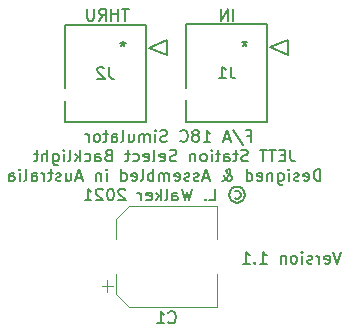
<source format=gbr>
%TF.GenerationSoftware,KiCad,Pcbnew,(5.1.6)-1*%
%TF.CreationDate,2020-11-25T11:58:54+11:00*%
%TF.ProjectId,JETT Station Select Placard PCB V1,4a455454-2053-4746-9174-696f6e205365,rev?*%
%TF.SameCoordinates,Original*%
%TF.FileFunction,Legend,Bot*%
%TF.FilePolarity,Positive*%
%FSLAX46Y46*%
G04 Gerber Fmt 4.6, Leading zero omitted, Abs format (unit mm)*
G04 Created by KiCad (PCBNEW (5.1.6)-1) date 2020-11-25 11:58:54*
%MOMM*%
%LPD*%
G01*
G04 APERTURE LIST*
%ADD10C,0.150000*%
%ADD11C,0.152400*%
%ADD12C,0.120000*%
G04 APERTURE END LIST*
D10*
X144581333Y-81595980D02*
X144009904Y-81595980D01*
X144295619Y-82595980D02*
X144295619Y-81595980D01*
X143676571Y-82595980D02*
X143676571Y-81595980D01*
X143676571Y-82072171D02*
X143105142Y-82072171D01*
X143105142Y-82595980D02*
X143105142Y-81595980D01*
X142057523Y-82595980D02*
X142390857Y-82119790D01*
X142628952Y-82595980D02*
X142628952Y-81595980D01*
X142248000Y-81595980D01*
X142152761Y-81643600D01*
X142105142Y-81691219D01*
X142057523Y-81786457D01*
X142057523Y-81929314D01*
X142105142Y-82024552D01*
X142152761Y-82072171D01*
X142248000Y-82119790D01*
X142628952Y-82119790D01*
X141628952Y-81595980D02*
X141628952Y-82405504D01*
X141581333Y-82500742D01*
X141533714Y-82548361D01*
X141438476Y-82595980D01*
X141248000Y-82595980D01*
X141152761Y-82548361D01*
X141105142Y-82500742D01*
X141057523Y-82405504D01*
X141057523Y-81595980D01*
X153431809Y-82595980D02*
X153431809Y-81595980D01*
X152955619Y-82595980D02*
X152955619Y-81595980D01*
X152384190Y-82595980D01*
X152384190Y-81595980D01*
X162534076Y-102169980D02*
X162200742Y-103169980D01*
X161867409Y-102169980D01*
X161153123Y-103122361D02*
X161248361Y-103169980D01*
X161438838Y-103169980D01*
X161534076Y-103122361D01*
X161581695Y-103027123D01*
X161581695Y-102646171D01*
X161534076Y-102550933D01*
X161438838Y-102503314D01*
X161248361Y-102503314D01*
X161153123Y-102550933D01*
X161105504Y-102646171D01*
X161105504Y-102741409D01*
X161581695Y-102836647D01*
X160676933Y-103169980D02*
X160676933Y-102503314D01*
X160676933Y-102693790D02*
X160629314Y-102598552D01*
X160581695Y-102550933D01*
X160486457Y-102503314D01*
X160391219Y-102503314D01*
X160105504Y-103122361D02*
X160010266Y-103169980D01*
X159819790Y-103169980D01*
X159724552Y-103122361D01*
X159676933Y-103027123D01*
X159676933Y-102979504D01*
X159724552Y-102884266D01*
X159819790Y-102836647D01*
X159962647Y-102836647D01*
X160057885Y-102789028D01*
X160105504Y-102693790D01*
X160105504Y-102646171D01*
X160057885Y-102550933D01*
X159962647Y-102503314D01*
X159819790Y-102503314D01*
X159724552Y-102550933D01*
X159248361Y-103169980D02*
X159248361Y-102503314D01*
X159248361Y-102169980D02*
X159295980Y-102217600D01*
X159248361Y-102265219D01*
X159200742Y-102217600D01*
X159248361Y-102169980D01*
X159248361Y-102265219D01*
X158629314Y-103169980D02*
X158724552Y-103122361D01*
X158772171Y-103074742D01*
X158819790Y-102979504D01*
X158819790Y-102693790D01*
X158772171Y-102598552D01*
X158724552Y-102550933D01*
X158629314Y-102503314D01*
X158486457Y-102503314D01*
X158391219Y-102550933D01*
X158343600Y-102598552D01*
X158295980Y-102693790D01*
X158295980Y-102979504D01*
X158343600Y-103074742D01*
X158391219Y-103122361D01*
X158486457Y-103169980D01*
X158629314Y-103169980D01*
X157867409Y-102503314D02*
X157867409Y-103169980D01*
X157867409Y-102598552D02*
X157819790Y-102550933D01*
X157724552Y-102503314D01*
X157581695Y-102503314D01*
X157486457Y-102550933D01*
X157438838Y-102646171D01*
X157438838Y-103169980D01*
X155676933Y-103169980D02*
X156248361Y-103169980D01*
X155962647Y-103169980D02*
X155962647Y-102169980D01*
X156057885Y-102312838D01*
X156153123Y-102408076D01*
X156248361Y-102455695D01*
X155248361Y-103074742D02*
X155200742Y-103122361D01*
X155248361Y-103169980D01*
X155295980Y-103122361D01*
X155248361Y-103074742D01*
X155248361Y-103169980D01*
X154248361Y-103169980D02*
X154819790Y-103169980D01*
X154534076Y-103169980D02*
X154534076Y-102169980D01*
X154629314Y-102312838D01*
X154724552Y-102408076D01*
X154819790Y-102455695D01*
X154624800Y-92347971D02*
X154958133Y-92347971D01*
X154958133Y-92871780D02*
X154958133Y-91871780D01*
X154481942Y-91871780D01*
X153386704Y-91824161D02*
X154243847Y-93109876D01*
X153100990Y-92586066D02*
X152624800Y-92586066D01*
X153196228Y-92871780D02*
X152862895Y-91871780D01*
X152529561Y-92871780D01*
X150910514Y-92871780D02*
X151481942Y-92871780D01*
X151196228Y-92871780D02*
X151196228Y-91871780D01*
X151291466Y-92014638D01*
X151386704Y-92109876D01*
X151481942Y-92157495D01*
X150339085Y-92300352D02*
X150434323Y-92252733D01*
X150481942Y-92205114D01*
X150529561Y-92109876D01*
X150529561Y-92062257D01*
X150481942Y-91967019D01*
X150434323Y-91919400D01*
X150339085Y-91871780D01*
X150148609Y-91871780D01*
X150053371Y-91919400D01*
X150005752Y-91967019D01*
X149958133Y-92062257D01*
X149958133Y-92109876D01*
X150005752Y-92205114D01*
X150053371Y-92252733D01*
X150148609Y-92300352D01*
X150339085Y-92300352D01*
X150434323Y-92347971D01*
X150481942Y-92395590D01*
X150529561Y-92490828D01*
X150529561Y-92681304D01*
X150481942Y-92776542D01*
X150434323Y-92824161D01*
X150339085Y-92871780D01*
X150148609Y-92871780D01*
X150053371Y-92824161D01*
X150005752Y-92776542D01*
X149958133Y-92681304D01*
X149958133Y-92490828D01*
X150005752Y-92395590D01*
X150053371Y-92347971D01*
X150148609Y-92300352D01*
X148958133Y-92776542D02*
X149005752Y-92824161D01*
X149148609Y-92871780D01*
X149243847Y-92871780D01*
X149386704Y-92824161D01*
X149481942Y-92728923D01*
X149529561Y-92633685D01*
X149577180Y-92443209D01*
X149577180Y-92300352D01*
X149529561Y-92109876D01*
X149481942Y-92014638D01*
X149386704Y-91919400D01*
X149243847Y-91871780D01*
X149148609Y-91871780D01*
X149005752Y-91919400D01*
X148958133Y-91967019D01*
X147815276Y-92824161D02*
X147672419Y-92871780D01*
X147434323Y-92871780D01*
X147339085Y-92824161D01*
X147291466Y-92776542D01*
X147243847Y-92681304D01*
X147243847Y-92586066D01*
X147291466Y-92490828D01*
X147339085Y-92443209D01*
X147434323Y-92395590D01*
X147624800Y-92347971D01*
X147720038Y-92300352D01*
X147767657Y-92252733D01*
X147815276Y-92157495D01*
X147815276Y-92062257D01*
X147767657Y-91967019D01*
X147720038Y-91919400D01*
X147624800Y-91871780D01*
X147386704Y-91871780D01*
X147243847Y-91919400D01*
X146815276Y-92871780D02*
X146815276Y-92205114D01*
X146815276Y-91871780D02*
X146862895Y-91919400D01*
X146815276Y-91967019D01*
X146767657Y-91919400D01*
X146815276Y-91871780D01*
X146815276Y-91967019D01*
X146339085Y-92871780D02*
X146339085Y-92205114D01*
X146339085Y-92300352D02*
X146291466Y-92252733D01*
X146196228Y-92205114D01*
X146053371Y-92205114D01*
X145958133Y-92252733D01*
X145910514Y-92347971D01*
X145910514Y-92871780D01*
X145910514Y-92347971D02*
X145862895Y-92252733D01*
X145767657Y-92205114D01*
X145624800Y-92205114D01*
X145529561Y-92252733D01*
X145481942Y-92347971D01*
X145481942Y-92871780D01*
X144577180Y-92205114D02*
X144577180Y-92871780D01*
X145005752Y-92205114D02*
X145005752Y-92728923D01*
X144958133Y-92824161D01*
X144862895Y-92871780D01*
X144720038Y-92871780D01*
X144624800Y-92824161D01*
X144577180Y-92776542D01*
X143958133Y-92871780D02*
X144053371Y-92824161D01*
X144100990Y-92728923D01*
X144100990Y-91871780D01*
X143148609Y-92871780D02*
X143148609Y-92347971D01*
X143196228Y-92252733D01*
X143291466Y-92205114D01*
X143481942Y-92205114D01*
X143577180Y-92252733D01*
X143148609Y-92824161D02*
X143243847Y-92871780D01*
X143481942Y-92871780D01*
X143577180Y-92824161D01*
X143624800Y-92728923D01*
X143624800Y-92633685D01*
X143577180Y-92538447D01*
X143481942Y-92490828D01*
X143243847Y-92490828D01*
X143148609Y-92443209D01*
X142815276Y-92205114D02*
X142434323Y-92205114D01*
X142672419Y-91871780D02*
X142672419Y-92728923D01*
X142624800Y-92824161D01*
X142529561Y-92871780D01*
X142434323Y-92871780D01*
X141958133Y-92871780D02*
X142053371Y-92824161D01*
X142100990Y-92776542D01*
X142148609Y-92681304D01*
X142148609Y-92395590D01*
X142100990Y-92300352D01*
X142053371Y-92252733D01*
X141958133Y-92205114D01*
X141815276Y-92205114D01*
X141720038Y-92252733D01*
X141672419Y-92300352D01*
X141624800Y-92395590D01*
X141624800Y-92681304D01*
X141672419Y-92776542D01*
X141720038Y-92824161D01*
X141815276Y-92871780D01*
X141958133Y-92871780D01*
X141196228Y-92871780D02*
X141196228Y-92205114D01*
X141196228Y-92395590D02*
X141148609Y-92300352D01*
X141100990Y-92252733D01*
X141005752Y-92205114D01*
X140910514Y-92205114D01*
X158267657Y-93521780D02*
X158267657Y-94236066D01*
X158315276Y-94378923D01*
X158410514Y-94474161D01*
X158553371Y-94521780D01*
X158648609Y-94521780D01*
X157791466Y-93997971D02*
X157458133Y-93997971D01*
X157315276Y-94521780D02*
X157791466Y-94521780D01*
X157791466Y-93521780D01*
X157315276Y-93521780D01*
X157029561Y-93521780D02*
X156458133Y-93521780D01*
X156743847Y-94521780D02*
X156743847Y-93521780D01*
X156267657Y-93521780D02*
X155696228Y-93521780D01*
X155981942Y-94521780D02*
X155981942Y-93521780D01*
X154648609Y-94474161D02*
X154505752Y-94521780D01*
X154267657Y-94521780D01*
X154172419Y-94474161D01*
X154124800Y-94426542D01*
X154077180Y-94331304D01*
X154077180Y-94236066D01*
X154124800Y-94140828D01*
X154172419Y-94093209D01*
X154267657Y-94045590D01*
X154458133Y-93997971D01*
X154553371Y-93950352D01*
X154600990Y-93902733D01*
X154648609Y-93807495D01*
X154648609Y-93712257D01*
X154600990Y-93617019D01*
X154553371Y-93569400D01*
X154458133Y-93521780D01*
X154220038Y-93521780D01*
X154077180Y-93569400D01*
X153791466Y-93855114D02*
X153410514Y-93855114D01*
X153648609Y-93521780D02*
X153648609Y-94378923D01*
X153600990Y-94474161D01*
X153505752Y-94521780D01*
X153410514Y-94521780D01*
X152648609Y-94521780D02*
X152648609Y-93997971D01*
X152696228Y-93902733D01*
X152791466Y-93855114D01*
X152981942Y-93855114D01*
X153077180Y-93902733D01*
X152648609Y-94474161D02*
X152743847Y-94521780D01*
X152981942Y-94521780D01*
X153077180Y-94474161D01*
X153124800Y-94378923D01*
X153124800Y-94283685D01*
X153077180Y-94188447D01*
X152981942Y-94140828D01*
X152743847Y-94140828D01*
X152648609Y-94093209D01*
X152315276Y-93855114D02*
X151934323Y-93855114D01*
X152172419Y-93521780D02*
X152172419Y-94378923D01*
X152124800Y-94474161D01*
X152029561Y-94521780D01*
X151934323Y-94521780D01*
X151600990Y-94521780D02*
X151600990Y-93855114D01*
X151600990Y-93521780D02*
X151648609Y-93569400D01*
X151600990Y-93617019D01*
X151553371Y-93569400D01*
X151600990Y-93521780D01*
X151600990Y-93617019D01*
X150981942Y-94521780D02*
X151077180Y-94474161D01*
X151124800Y-94426542D01*
X151172419Y-94331304D01*
X151172419Y-94045590D01*
X151124800Y-93950352D01*
X151077180Y-93902733D01*
X150981942Y-93855114D01*
X150839085Y-93855114D01*
X150743847Y-93902733D01*
X150696228Y-93950352D01*
X150648609Y-94045590D01*
X150648609Y-94331304D01*
X150696228Y-94426542D01*
X150743847Y-94474161D01*
X150839085Y-94521780D01*
X150981942Y-94521780D01*
X150220038Y-93855114D02*
X150220038Y-94521780D01*
X150220038Y-93950352D02*
X150172419Y-93902733D01*
X150077180Y-93855114D01*
X149934323Y-93855114D01*
X149839085Y-93902733D01*
X149791466Y-93997971D01*
X149791466Y-94521780D01*
X148600990Y-94474161D02*
X148458133Y-94521780D01*
X148220038Y-94521780D01*
X148124800Y-94474161D01*
X148077180Y-94426542D01*
X148029561Y-94331304D01*
X148029561Y-94236066D01*
X148077180Y-94140828D01*
X148124800Y-94093209D01*
X148220038Y-94045590D01*
X148410514Y-93997971D01*
X148505752Y-93950352D01*
X148553371Y-93902733D01*
X148600990Y-93807495D01*
X148600990Y-93712257D01*
X148553371Y-93617019D01*
X148505752Y-93569400D01*
X148410514Y-93521780D01*
X148172419Y-93521780D01*
X148029561Y-93569400D01*
X147220038Y-94474161D02*
X147315276Y-94521780D01*
X147505752Y-94521780D01*
X147600990Y-94474161D01*
X147648609Y-94378923D01*
X147648609Y-93997971D01*
X147600990Y-93902733D01*
X147505752Y-93855114D01*
X147315276Y-93855114D01*
X147220038Y-93902733D01*
X147172419Y-93997971D01*
X147172419Y-94093209D01*
X147648609Y-94188447D01*
X146600990Y-94521780D02*
X146696228Y-94474161D01*
X146743847Y-94378923D01*
X146743847Y-93521780D01*
X145839085Y-94474161D02*
X145934323Y-94521780D01*
X146124800Y-94521780D01*
X146220038Y-94474161D01*
X146267657Y-94378923D01*
X146267657Y-93997971D01*
X146220038Y-93902733D01*
X146124800Y-93855114D01*
X145934323Y-93855114D01*
X145839085Y-93902733D01*
X145791466Y-93997971D01*
X145791466Y-94093209D01*
X146267657Y-94188447D01*
X144934323Y-94474161D02*
X145029561Y-94521780D01*
X145220038Y-94521780D01*
X145315276Y-94474161D01*
X145362895Y-94426542D01*
X145410514Y-94331304D01*
X145410514Y-94045590D01*
X145362895Y-93950352D01*
X145315276Y-93902733D01*
X145220038Y-93855114D01*
X145029561Y-93855114D01*
X144934323Y-93902733D01*
X144648609Y-93855114D02*
X144267657Y-93855114D01*
X144505752Y-93521780D02*
X144505752Y-94378923D01*
X144458133Y-94474161D01*
X144362895Y-94521780D01*
X144267657Y-94521780D01*
X142839085Y-93997971D02*
X142696228Y-94045590D01*
X142648609Y-94093209D01*
X142600990Y-94188447D01*
X142600990Y-94331304D01*
X142648609Y-94426542D01*
X142696228Y-94474161D01*
X142791466Y-94521780D01*
X143172419Y-94521780D01*
X143172419Y-93521780D01*
X142839085Y-93521780D01*
X142743847Y-93569400D01*
X142696228Y-93617019D01*
X142648609Y-93712257D01*
X142648609Y-93807495D01*
X142696228Y-93902733D01*
X142743847Y-93950352D01*
X142839085Y-93997971D01*
X143172419Y-93997971D01*
X141743847Y-94521780D02*
X141743847Y-93997971D01*
X141791466Y-93902733D01*
X141886704Y-93855114D01*
X142077180Y-93855114D01*
X142172419Y-93902733D01*
X141743847Y-94474161D02*
X141839085Y-94521780D01*
X142077180Y-94521780D01*
X142172419Y-94474161D01*
X142220038Y-94378923D01*
X142220038Y-94283685D01*
X142172419Y-94188447D01*
X142077180Y-94140828D01*
X141839085Y-94140828D01*
X141743847Y-94093209D01*
X140839085Y-94474161D02*
X140934323Y-94521780D01*
X141124800Y-94521780D01*
X141220038Y-94474161D01*
X141267657Y-94426542D01*
X141315276Y-94331304D01*
X141315276Y-94045590D01*
X141267657Y-93950352D01*
X141220038Y-93902733D01*
X141124800Y-93855114D01*
X140934323Y-93855114D01*
X140839085Y-93902733D01*
X140410514Y-94521780D02*
X140410514Y-93521780D01*
X140315276Y-94140828D02*
X140029561Y-94521780D01*
X140029561Y-93855114D02*
X140410514Y-94236066D01*
X139458133Y-94521780D02*
X139553371Y-94474161D01*
X139600990Y-94378923D01*
X139600990Y-93521780D01*
X139077180Y-94521780D02*
X139077180Y-93855114D01*
X139077180Y-93521780D02*
X139124800Y-93569400D01*
X139077180Y-93617019D01*
X139029561Y-93569400D01*
X139077180Y-93521780D01*
X139077180Y-93617019D01*
X138172419Y-93855114D02*
X138172419Y-94664638D01*
X138220038Y-94759876D01*
X138267657Y-94807495D01*
X138362895Y-94855114D01*
X138505752Y-94855114D01*
X138600990Y-94807495D01*
X138172419Y-94474161D02*
X138267657Y-94521780D01*
X138458133Y-94521780D01*
X138553371Y-94474161D01*
X138600990Y-94426542D01*
X138648609Y-94331304D01*
X138648609Y-94045590D01*
X138600990Y-93950352D01*
X138553371Y-93902733D01*
X138458133Y-93855114D01*
X138267657Y-93855114D01*
X138172419Y-93902733D01*
X137696228Y-94521780D02*
X137696228Y-93521780D01*
X137267657Y-94521780D02*
X137267657Y-93997971D01*
X137315276Y-93902733D01*
X137410514Y-93855114D01*
X137553371Y-93855114D01*
X137648609Y-93902733D01*
X137696228Y-93950352D01*
X136934323Y-93855114D02*
X136553371Y-93855114D01*
X136791466Y-93521780D02*
X136791466Y-94378923D01*
X136743847Y-94474161D01*
X136648609Y-94521780D01*
X136553371Y-94521780D01*
X160791466Y-96171780D02*
X160791466Y-95171780D01*
X160553371Y-95171780D01*
X160410514Y-95219400D01*
X160315276Y-95314638D01*
X160267657Y-95409876D01*
X160220038Y-95600352D01*
X160220038Y-95743209D01*
X160267657Y-95933685D01*
X160315276Y-96028923D01*
X160410514Y-96124161D01*
X160553371Y-96171780D01*
X160791466Y-96171780D01*
X159410514Y-96124161D02*
X159505752Y-96171780D01*
X159696228Y-96171780D01*
X159791466Y-96124161D01*
X159839085Y-96028923D01*
X159839085Y-95647971D01*
X159791466Y-95552733D01*
X159696228Y-95505114D01*
X159505752Y-95505114D01*
X159410514Y-95552733D01*
X159362895Y-95647971D01*
X159362895Y-95743209D01*
X159839085Y-95838447D01*
X158981942Y-96124161D02*
X158886704Y-96171780D01*
X158696228Y-96171780D01*
X158600990Y-96124161D01*
X158553371Y-96028923D01*
X158553371Y-95981304D01*
X158600990Y-95886066D01*
X158696228Y-95838447D01*
X158839085Y-95838447D01*
X158934323Y-95790828D01*
X158981942Y-95695590D01*
X158981942Y-95647971D01*
X158934323Y-95552733D01*
X158839085Y-95505114D01*
X158696228Y-95505114D01*
X158600990Y-95552733D01*
X158124800Y-96171780D02*
X158124800Y-95505114D01*
X158124800Y-95171780D02*
X158172419Y-95219400D01*
X158124800Y-95267019D01*
X158077180Y-95219400D01*
X158124800Y-95171780D01*
X158124800Y-95267019D01*
X157220038Y-95505114D02*
X157220038Y-96314638D01*
X157267657Y-96409876D01*
X157315276Y-96457495D01*
X157410514Y-96505114D01*
X157553371Y-96505114D01*
X157648609Y-96457495D01*
X157220038Y-96124161D02*
X157315276Y-96171780D01*
X157505752Y-96171780D01*
X157600990Y-96124161D01*
X157648609Y-96076542D01*
X157696228Y-95981304D01*
X157696228Y-95695590D01*
X157648609Y-95600352D01*
X157600990Y-95552733D01*
X157505752Y-95505114D01*
X157315276Y-95505114D01*
X157220038Y-95552733D01*
X156743847Y-95505114D02*
X156743847Y-96171780D01*
X156743847Y-95600352D02*
X156696228Y-95552733D01*
X156600990Y-95505114D01*
X156458133Y-95505114D01*
X156362895Y-95552733D01*
X156315276Y-95647971D01*
X156315276Y-96171780D01*
X155458133Y-96124161D02*
X155553371Y-96171780D01*
X155743847Y-96171780D01*
X155839085Y-96124161D01*
X155886704Y-96028923D01*
X155886704Y-95647971D01*
X155839085Y-95552733D01*
X155743847Y-95505114D01*
X155553371Y-95505114D01*
X155458133Y-95552733D01*
X155410514Y-95647971D01*
X155410514Y-95743209D01*
X155886704Y-95838447D01*
X154553371Y-96171780D02*
X154553371Y-95171780D01*
X154553371Y-96124161D02*
X154648609Y-96171780D01*
X154839085Y-96171780D01*
X154934323Y-96124161D01*
X154981942Y-96076542D01*
X155029561Y-95981304D01*
X155029561Y-95695590D01*
X154981942Y-95600352D01*
X154934323Y-95552733D01*
X154839085Y-95505114D01*
X154648609Y-95505114D01*
X154553371Y-95552733D01*
X152505752Y-96171780D02*
X152553371Y-96171780D01*
X152648609Y-96124161D01*
X152791466Y-95981304D01*
X153029561Y-95695590D01*
X153124800Y-95552733D01*
X153172419Y-95409876D01*
X153172419Y-95314638D01*
X153124800Y-95219400D01*
X153029561Y-95171780D01*
X152981942Y-95171780D01*
X152886704Y-95219400D01*
X152839085Y-95314638D01*
X152839085Y-95362257D01*
X152886704Y-95457495D01*
X152934323Y-95505114D01*
X153220038Y-95695590D01*
X153267657Y-95743209D01*
X153315276Y-95838447D01*
X153315276Y-95981304D01*
X153267657Y-96076542D01*
X153220038Y-96124161D01*
X153124800Y-96171780D01*
X152981942Y-96171780D01*
X152886704Y-96124161D01*
X152839085Y-96076542D01*
X152696228Y-95886066D01*
X152648609Y-95743209D01*
X152648609Y-95647971D01*
X151362895Y-95886066D02*
X150886704Y-95886066D01*
X151458133Y-96171780D02*
X151124800Y-95171780D01*
X150791466Y-96171780D01*
X150505752Y-96124161D02*
X150410514Y-96171780D01*
X150220038Y-96171780D01*
X150124800Y-96124161D01*
X150077180Y-96028923D01*
X150077180Y-95981304D01*
X150124800Y-95886066D01*
X150220038Y-95838447D01*
X150362895Y-95838447D01*
X150458133Y-95790828D01*
X150505752Y-95695590D01*
X150505752Y-95647971D01*
X150458133Y-95552733D01*
X150362895Y-95505114D01*
X150220038Y-95505114D01*
X150124800Y-95552733D01*
X149696228Y-96124161D02*
X149600990Y-96171780D01*
X149410514Y-96171780D01*
X149315276Y-96124161D01*
X149267657Y-96028923D01*
X149267657Y-95981304D01*
X149315276Y-95886066D01*
X149410514Y-95838447D01*
X149553371Y-95838447D01*
X149648609Y-95790828D01*
X149696228Y-95695590D01*
X149696228Y-95647971D01*
X149648609Y-95552733D01*
X149553371Y-95505114D01*
X149410514Y-95505114D01*
X149315276Y-95552733D01*
X148458133Y-96124161D02*
X148553371Y-96171780D01*
X148743847Y-96171780D01*
X148839085Y-96124161D01*
X148886704Y-96028923D01*
X148886704Y-95647971D01*
X148839085Y-95552733D01*
X148743847Y-95505114D01*
X148553371Y-95505114D01*
X148458133Y-95552733D01*
X148410514Y-95647971D01*
X148410514Y-95743209D01*
X148886704Y-95838447D01*
X147981942Y-96171780D02*
X147981942Y-95505114D01*
X147981942Y-95600352D02*
X147934323Y-95552733D01*
X147839085Y-95505114D01*
X147696228Y-95505114D01*
X147600990Y-95552733D01*
X147553371Y-95647971D01*
X147553371Y-96171780D01*
X147553371Y-95647971D02*
X147505752Y-95552733D01*
X147410514Y-95505114D01*
X147267657Y-95505114D01*
X147172419Y-95552733D01*
X147124800Y-95647971D01*
X147124800Y-96171780D01*
X146648609Y-96171780D02*
X146648609Y-95171780D01*
X146648609Y-95552733D02*
X146553371Y-95505114D01*
X146362895Y-95505114D01*
X146267657Y-95552733D01*
X146220038Y-95600352D01*
X146172419Y-95695590D01*
X146172419Y-95981304D01*
X146220038Y-96076542D01*
X146267657Y-96124161D01*
X146362895Y-96171780D01*
X146553371Y-96171780D01*
X146648609Y-96124161D01*
X145600990Y-96171780D02*
X145696228Y-96124161D01*
X145743847Y-96028923D01*
X145743847Y-95171780D01*
X144839085Y-96124161D02*
X144934323Y-96171780D01*
X145124800Y-96171780D01*
X145220038Y-96124161D01*
X145267657Y-96028923D01*
X145267657Y-95647971D01*
X145220038Y-95552733D01*
X145124800Y-95505114D01*
X144934323Y-95505114D01*
X144839085Y-95552733D01*
X144791466Y-95647971D01*
X144791466Y-95743209D01*
X145267657Y-95838447D01*
X143934323Y-96171780D02*
X143934323Y-95171780D01*
X143934323Y-96124161D02*
X144029561Y-96171780D01*
X144220038Y-96171780D01*
X144315276Y-96124161D01*
X144362895Y-96076542D01*
X144410514Y-95981304D01*
X144410514Y-95695590D01*
X144362895Y-95600352D01*
X144315276Y-95552733D01*
X144220038Y-95505114D01*
X144029561Y-95505114D01*
X143934323Y-95552733D01*
X142696228Y-96171780D02*
X142696228Y-95505114D01*
X142696228Y-95171780D02*
X142743847Y-95219400D01*
X142696228Y-95267019D01*
X142648609Y-95219400D01*
X142696228Y-95171780D01*
X142696228Y-95267019D01*
X142220038Y-95505114D02*
X142220038Y-96171780D01*
X142220038Y-95600352D02*
X142172419Y-95552733D01*
X142077180Y-95505114D01*
X141934323Y-95505114D01*
X141839085Y-95552733D01*
X141791466Y-95647971D01*
X141791466Y-96171780D01*
X140600990Y-95886066D02*
X140124800Y-95886066D01*
X140696228Y-96171780D02*
X140362895Y-95171780D01*
X140029561Y-96171780D01*
X139267657Y-95505114D02*
X139267657Y-96171780D01*
X139696228Y-95505114D02*
X139696228Y-96028923D01*
X139648609Y-96124161D01*
X139553371Y-96171780D01*
X139410514Y-96171780D01*
X139315276Y-96124161D01*
X139267657Y-96076542D01*
X138839085Y-96124161D02*
X138743847Y-96171780D01*
X138553371Y-96171780D01*
X138458133Y-96124161D01*
X138410514Y-96028923D01*
X138410514Y-95981304D01*
X138458133Y-95886066D01*
X138553371Y-95838447D01*
X138696228Y-95838447D01*
X138791466Y-95790828D01*
X138839085Y-95695590D01*
X138839085Y-95647971D01*
X138791466Y-95552733D01*
X138696228Y-95505114D01*
X138553371Y-95505114D01*
X138458133Y-95552733D01*
X138124800Y-95505114D02*
X137743847Y-95505114D01*
X137981942Y-95171780D02*
X137981942Y-96028923D01*
X137934323Y-96124161D01*
X137839085Y-96171780D01*
X137743847Y-96171780D01*
X137410514Y-96171780D02*
X137410514Y-95505114D01*
X137410514Y-95695590D02*
X137362895Y-95600352D01*
X137315276Y-95552733D01*
X137220038Y-95505114D01*
X137124800Y-95505114D01*
X136362895Y-96171780D02*
X136362895Y-95647971D01*
X136410514Y-95552733D01*
X136505752Y-95505114D01*
X136696228Y-95505114D01*
X136791466Y-95552733D01*
X136362895Y-96124161D02*
X136458133Y-96171780D01*
X136696228Y-96171780D01*
X136791466Y-96124161D01*
X136839085Y-96028923D01*
X136839085Y-95933685D01*
X136791466Y-95838447D01*
X136696228Y-95790828D01*
X136458133Y-95790828D01*
X136362895Y-95743209D01*
X135743847Y-96171780D02*
X135839085Y-96124161D01*
X135886704Y-96028923D01*
X135886704Y-95171780D01*
X135362895Y-96171780D02*
X135362895Y-95505114D01*
X135362895Y-95171780D02*
X135410514Y-95219400D01*
X135362895Y-95267019D01*
X135315276Y-95219400D01*
X135362895Y-95171780D01*
X135362895Y-95267019D01*
X134458133Y-96171780D02*
X134458133Y-95647971D01*
X134505752Y-95552733D01*
X134600990Y-95505114D01*
X134791466Y-95505114D01*
X134886704Y-95552733D01*
X134458133Y-96124161D02*
X134553371Y-96171780D01*
X134791466Y-96171780D01*
X134886704Y-96124161D01*
X134934323Y-96028923D01*
X134934323Y-95933685D01*
X134886704Y-95838447D01*
X134791466Y-95790828D01*
X134553371Y-95790828D01*
X134458133Y-95743209D01*
X153553371Y-97059876D02*
X153648609Y-97012257D01*
X153839085Y-97012257D01*
X153934323Y-97059876D01*
X154029561Y-97155114D01*
X154077180Y-97250352D01*
X154077180Y-97440828D01*
X154029561Y-97536066D01*
X153934323Y-97631304D01*
X153839085Y-97678923D01*
X153648609Y-97678923D01*
X153553371Y-97631304D01*
X153743847Y-96678923D02*
X153981942Y-96726542D01*
X154220038Y-96869400D01*
X154362895Y-97107495D01*
X154410514Y-97345590D01*
X154362895Y-97583685D01*
X154220038Y-97821780D01*
X153981942Y-97964638D01*
X153743847Y-98012257D01*
X153505752Y-97964638D01*
X153267657Y-97821780D01*
X153124800Y-97583685D01*
X153077180Y-97345590D01*
X153124800Y-97107495D01*
X153267657Y-96869400D01*
X153505752Y-96726542D01*
X153743847Y-96678923D01*
X151410514Y-97821780D02*
X151886704Y-97821780D01*
X151886704Y-96821780D01*
X151077180Y-97726542D02*
X151029561Y-97774161D01*
X151077180Y-97821780D01*
X151124800Y-97774161D01*
X151077180Y-97726542D01*
X151077180Y-97821780D01*
X149934323Y-96821780D02*
X149696228Y-97821780D01*
X149505752Y-97107495D01*
X149315276Y-97821780D01*
X149077180Y-96821780D01*
X148267657Y-97821780D02*
X148267657Y-97297971D01*
X148315276Y-97202733D01*
X148410514Y-97155114D01*
X148600990Y-97155114D01*
X148696228Y-97202733D01*
X148267657Y-97774161D02*
X148362895Y-97821780D01*
X148600990Y-97821780D01*
X148696228Y-97774161D01*
X148743847Y-97678923D01*
X148743847Y-97583685D01*
X148696228Y-97488447D01*
X148600990Y-97440828D01*
X148362895Y-97440828D01*
X148267657Y-97393209D01*
X147648609Y-97821780D02*
X147743847Y-97774161D01*
X147791466Y-97678923D01*
X147791466Y-96821780D01*
X147267657Y-97821780D02*
X147267657Y-96821780D01*
X147172419Y-97440828D02*
X146886704Y-97821780D01*
X146886704Y-97155114D02*
X147267657Y-97536066D01*
X146077180Y-97774161D02*
X146172419Y-97821780D01*
X146362895Y-97821780D01*
X146458133Y-97774161D01*
X146505752Y-97678923D01*
X146505752Y-97297971D01*
X146458133Y-97202733D01*
X146362895Y-97155114D01*
X146172419Y-97155114D01*
X146077180Y-97202733D01*
X146029561Y-97297971D01*
X146029561Y-97393209D01*
X146505752Y-97488447D01*
X145600990Y-97821780D02*
X145600990Y-97155114D01*
X145600990Y-97345590D02*
X145553371Y-97250352D01*
X145505752Y-97202733D01*
X145410514Y-97155114D01*
X145315276Y-97155114D01*
X144267657Y-96917019D02*
X144220038Y-96869400D01*
X144124800Y-96821780D01*
X143886704Y-96821780D01*
X143791466Y-96869400D01*
X143743847Y-96917019D01*
X143696228Y-97012257D01*
X143696228Y-97107495D01*
X143743847Y-97250352D01*
X144315276Y-97821780D01*
X143696228Y-97821780D01*
X143077180Y-96821780D02*
X142981942Y-96821780D01*
X142886704Y-96869400D01*
X142839085Y-96917019D01*
X142791466Y-97012257D01*
X142743847Y-97202733D01*
X142743847Y-97440828D01*
X142791466Y-97631304D01*
X142839085Y-97726542D01*
X142886704Y-97774161D01*
X142981942Y-97821780D01*
X143077180Y-97821780D01*
X143172419Y-97774161D01*
X143220038Y-97726542D01*
X143267657Y-97631304D01*
X143315276Y-97440828D01*
X143315276Y-97202733D01*
X143267657Y-97012257D01*
X143220038Y-96917019D01*
X143172419Y-96869400D01*
X143077180Y-96821780D01*
X142362895Y-96917019D02*
X142315276Y-96869400D01*
X142220038Y-96821780D01*
X141981942Y-96821780D01*
X141886704Y-96869400D01*
X141839085Y-96917019D01*
X141791466Y-97012257D01*
X141791466Y-97107495D01*
X141839085Y-97250352D01*
X142410514Y-97821780D01*
X141791466Y-97821780D01*
X140839085Y-97821780D02*
X141410514Y-97821780D01*
X141124800Y-97821780D02*
X141124800Y-96821780D01*
X141220038Y-96964638D01*
X141315276Y-97059876D01*
X141410514Y-97107495D01*
D11*
%TO.C,J2*%
X146252794Y-84884001D02*
X147776793Y-85519001D01*
X147776793Y-85519001D02*
X147776793Y-84249001D01*
X147776793Y-84249001D02*
X146252794Y-84884001D01*
X139148794Y-82954001D02*
X145998794Y-82954001D01*
X145998794Y-82954001D02*
X145998794Y-91214001D01*
X145998794Y-91214001D02*
X139148794Y-91214001D01*
X139148794Y-91214001D02*
X139148794Y-89392544D01*
X139148794Y-88335457D02*
X139148794Y-82954001D01*
%TO.C,J1*%
X156565194Y-84836000D02*
X158089193Y-85471000D01*
X158089193Y-85471000D02*
X158089193Y-84201000D01*
X158089193Y-84201000D02*
X156565194Y-84836000D01*
X149461194Y-82906000D02*
X156311194Y-82906000D01*
X156311194Y-82906000D02*
X156311194Y-91166000D01*
X156311194Y-91166000D02*
X149461194Y-91166000D01*
X149461194Y-91166000D02*
X149461194Y-89344543D01*
X149461194Y-88287456D02*
X149461194Y-82906000D01*
D12*
%TO.C,C1*%
X152036000Y-98305200D02*
X152036000Y-101055200D01*
X152036000Y-106825200D02*
X152036000Y-104075200D01*
X144580437Y-106825200D02*
X152036000Y-106825200D01*
X144580437Y-98305200D02*
X152036000Y-98305200D01*
X143516000Y-99369637D02*
X143516000Y-101055200D01*
X143516000Y-105760763D02*
X143516000Y-104075200D01*
X143516000Y-105760763D02*
X144580437Y-106825200D01*
X143516000Y-99369637D02*
X144580437Y-98305200D01*
X142276000Y-105075200D02*
X143276000Y-105075200D01*
X142776000Y-105575200D02*
X142776000Y-104575200D01*
%TO.C,J2*%
D10*
X142907127Y-86536380D02*
X142907127Y-87250666D01*
X142954746Y-87393523D01*
X143049984Y-87488761D01*
X143192841Y-87536380D01*
X143288079Y-87536380D01*
X142478555Y-86631619D02*
X142430936Y-86584000D01*
X142335698Y-86536380D01*
X142097603Y-86536380D01*
X142002365Y-86584000D01*
X141954746Y-86631619D01*
X141907127Y-86726857D01*
X141907127Y-86822095D01*
X141954746Y-86964952D01*
X142526174Y-87536380D01*
X141907127Y-87536380D01*
X144068800Y-84336381D02*
X144068800Y-84574477D01*
X144306895Y-84479239D02*
X144068800Y-84574477D01*
X143830704Y-84479239D01*
X144211657Y-84764953D02*
X144068800Y-84574477D01*
X143925942Y-84764953D01*
%TO.C,J1*%
X153219527Y-86488379D02*
X153219527Y-87202665D01*
X153267146Y-87345522D01*
X153362384Y-87440760D01*
X153505241Y-87488379D01*
X153600479Y-87488379D01*
X152219527Y-87488379D02*
X152790955Y-87488379D01*
X152505241Y-87488379D02*
X152505241Y-86488379D01*
X152600479Y-86631237D01*
X152695717Y-86726475D01*
X152790955Y-86774094D01*
X154381200Y-84288380D02*
X154381200Y-84526476D01*
X154619295Y-84431238D02*
X154381200Y-84526476D01*
X154143104Y-84431238D01*
X154524057Y-84716952D02*
X154381200Y-84526476D01*
X154238342Y-84716952D01*
%TO.C,C1*%
X147942666Y-108122342D02*
X147990285Y-108169961D01*
X148133142Y-108217580D01*
X148228380Y-108217580D01*
X148371238Y-108169961D01*
X148466476Y-108074723D01*
X148514095Y-107979485D01*
X148561714Y-107789009D01*
X148561714Y-107646152D01*
X148514095Y-107455676D01*
X148466476Y-107360438D01*
X148371238Y-107265200D01*
X148228380Y-107217580D01*
X148133142Y-107217580D01*
X147990285Y-107265200D01*
X147942666Y-107312819D01*
X146990285Y-108217580D02*
X147561714Y-108217580D01*
X147276000Y-108217580D02*
X147276000Y-107217580D01*
X147371238Y-107360438D01*
X147466476Y-107455676D01*
X147561714Y-107503295D01*
%TD*%
M02*

</source>
